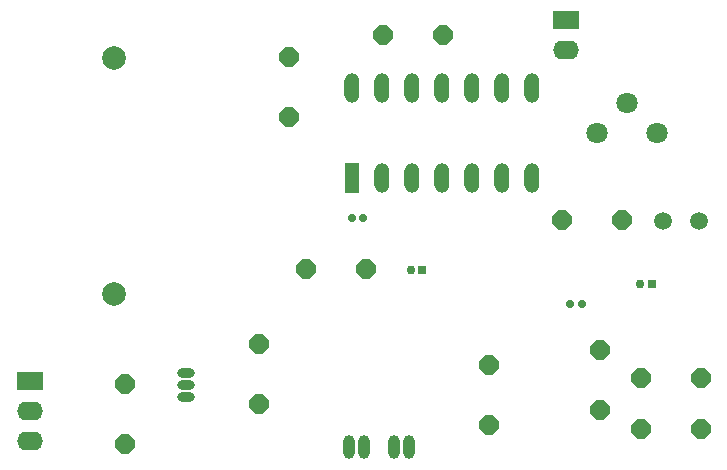
<source format=gbr>
G04 --- HEADER BEGIN --- *
G04 #@! TF.GenerationSoftware,LibrePCB,LibrePCB,0.1.6*
G04 #@! TF.CreationDate,2022-07-20T10:00:17*
G04 #@! TF.ProjectId,Sensor de pulso (Sensor_Pulso),780e052b-a1ef-4dc1-bbf9-e3d6d5305104,v1*
G04 #@! TF.Part,Single*
G04 #@! TF.SameCoordinates*
G04 #@! TF.FileFunction,Copper,L1,Top*
G04 #@! TF.FilePolarity,Positive*
%FSLAX66Y66*%
%MOMM*%
G01*
G75*
G04 --- HEADER END --- *
G04 --- APERTURE LIST BEGIN --- *
G04 #@! TA.AperFunction,ComponentPad*
%ADD10C,0.7*%
%AMROTATEDOCTAGON11*4,1,8,0.8128,0.336673,0.336673,0.8128,-0.336673,0.8128,-0.8128,0.336673,-0.8128,-0.336673,-0.336673,-0.8128,0.336673,-0.8128,0.8128,-0.336673,0.8128,0.336673,0.0*%
%ADD11ROTATEDOCTAGON11*%
%ADD12O,1.0X2.0*%
%ADD13C,1.8*%
%ADD14O,2.19X1.587*%
%ADD15R,2.19X1.587*%
%ADD16O,1.27X2.54*%
%ADD17R,1.27X2.54*%
%ADD18C,1.5*%
%ADD19R,0.75X0.75*%
%ADD20C,0.75*%
%ADD21O,1.5X0.8*%
%ADD22C,2.0*%
G04 #@! TD*
G04 --- APERTURE LIST END --- *
G04 --- BOARD BEGIN --- *
D10*
G04 #@! TO.N,N8*
G04 #@! TO.C,C1*
G04 #@! TO.P,C1,2,2*
X34901250Y29210000D03*
G04 #@! TO.N,N15*
G04 #@! TO.P,C1,1,1*
X35901250Y29210000D03*
D11*
G04 #@! TO.N,N2*
G04 #@! TO.C,R1*
G04 #@! TO.P,R1,2,2*
X15716250Y15160625D03*
G04 #@! TO.N,N1*
G04 #@! TO.P,R1,1,1*
X15716250Y10080625D03*
G04 #@! TO.N,N15*
G04 #@! TO.C,R5*
G04 #@! TO.P,R5,2,2*
X29606875Y37782500D03*
G04 #@! TO.N,EARTH*
G04 #@! TO.P,R5,1,1*
X29606875Y42862500D03*
D12*
G04 #@! TO.N,N4*
G04 #@! TO.C,?2*
G04 #@! TO.P,?2,1,1*
X34686875Y9842500D03*
G04 #@! TO.N,EARTH*
G04 #@! TO.P,?2,2,2*
X35956875Y9842500D03*
G04 #@! TO.N,N13*
G04 #@! TO.P,?2,4,4*
X39766875Y9842500D03*
G04 #@! TO.N,EARTH*
G04 #@! TO.P,?2,3,3*
X38496875Y9842500D03*
D11*
G04 #@! TO.N,N6*
G04 #@! TO.C,R8*
G04 #@! TO.P,R8,2,2*
X59372500Y11350625D03*
G04 #@! TO.N,EARTH*
G04 #@! TO.P,R8,1,1*
X64452500Y11350625D03*
G04 #@! TO.N,VCC*
G04 #@! TO.C,R3*
G04 #@! TO.P,R3,2,2*
X46513750Y16748125D03*
G04 #@! TO.N,N13*
G04 #@! TO.P,R3,1,1*
X46513750Y11668125D03*
D13*
G04 #@! TO.N,N8*
G04 #@! TO.C,?1*
G04 #@! TO.P,?1,1,1*
X55641875Y36433125D03*
G04 #@! TO.N,EARTH*
G04 #@! TO.P,?1,3,3*
X60721875Y36433125D03*
G04 #@! TO.N,N7*
G04 #@! TO.P,?1,2,2*
X58181875Y38973125D03*
D11*
G04 #@! TO.N,N14*
G04 #@! TO.C,R9*
G04 #@! TO.P,R9,2,2*
X55959375Y18018125D03*
G04 #@! TO.N,N6*
G04 #@! TO.P,R9,1,1*
X55959375Y12938125D03*
G04 #@! TO.N,N14*
G04 #@! TO.C,R10*
G04 #@! TO.P,R10,2,2*
X52705000Y29051250D03*
G04 #@! TO.N,N12*
G04 #@! TO.P,R10,1,1*
X57785000Y29051250D03*
D14*
G04 #@! TO.N,EARTH*
G04 #@! TO.C,J2*
G04 #@! TO.P,J2,3,3*
X7699375Y10318750D03*
D15*
G04 #@! TO.N,VCC*
G04 #@! TO.P,J2,1,1*
X7699375Y15398750D03*
D14*
G04 #@! TO.N,N1*
G04 #@! TO.P,J2,2,2*
X7699375Y12858750D03*
D10*
G04 #@! TO.N,N14*
G04 #@! TO.C,C2*
G04 #@! TO.P,C2,2,2*
X54395625Y21986875D03*
G04 #@! TO.N,N6*
G04 #@! TO.P,C2,1,1*
X53395625Y21986875D03*
D16*
G04 #@! TO.N,N14*
G04 #@! TO.C,U1*
G04 #@! TO.P,U1,10,+4*
X45085000Y40243125D03*
G04 #@! TO.N,N15*
G04 #@! TO.P,U1,2,-1*
X37465000Y32623125D03*
G04 #@! TO.N,EARTH*
G04 #@! TO.P,U1,11,V-*
X42545000Y40243125D03*
G04 #@! TO.N,N/C*
G04 #@! TO.P,U1,13,-2*
X37465000Y40243125D03*
G04 #@! TO.N,N6*
G04 #@! TO.P,U1,6,-3*
X47625000Y32623125D03*
G04 #@! TO.N,N/C*
G04 #@! TO.P,U1,12,+2*
X40005000Y40243125D03*
G04 #@! TO.N,N14*
G04 #@! TO.P,U1,7,O3*
X50165000Y32623125D03*
G04 #@! TO.N,N5*
G04 #@! TO.P,U1,9,-4*
X47625000Y40243125D03*
G04 #@! TO.N,N/C*
G04 #@! TO.P,U1,14,O2*
X34925000Y40243125D03*
D17*
G04 #@! TO.N,N8*
G04 #@! TO.P,U1,1,O1*
X34925000Y32623125D03*
D16*
G04 #@! TO.N,N10*
G04 #@! TO.P,U1,5,+3*
X45085000Y32623125D03*
G04 #@! TO.N,N11*
G04 #@! TO.P,U1,3,+1*
X40005000Y32623125D03*
G04 #@! TO.N,VCC*
G04 #@! TO.P,U1,4,V+*
X42545000Y32623125D03*
G04 #@! TO.N,N5*
G04 #@! TO.P,U1,8,O4*
X50165000Y40243125D03*
D18*
G04 #@! TO.N,N12*
G04 #@! TO.C,LED1*
G04 #@! TO.P,LED1,1,A*
X61285625Y28971875D03*
G04 #@! TO.N,EARTH*
G04 #@! TO.P,LED1,2,C*
X64285625Y28971875D03*
D11*
G04 #@! TO.N,N15*
G04 #@! TO.C,R6*
G04 #@! TO.P,R6,2,2*
X36115625Y24923750D03*
G04 #@! TO.N,N8*
G04 #@! TO.P,R6,1,1*
X31035625Y24923750D03*
D19*
G04 #@! TO.N,N13*
G04 #@! TO.C,C3*
G04 #@! TO.P,C3,+,+*
X40901875Y24844375D03*
D20*
G04 #@! TO.N,N11*
G04 #@! TO.P,C3,-,-*
X39901875Y24844375D03*
D14*
G04 #@! TO.N,N5*
G04 #@! TO.C,J1*
G04 #@! TO.P,J1,2,2*
X53022500Y43418125D03*
D15*
G04 #@! TO.N,EARTH*
G04 #@! TO.P,J1,1,1*
X53022500Y45958125D03*
D21*
G04 #@! TO.N,N2*
G04 #@! TO.C,T1*
G04 #@! TO.P,T1,2,B*
X20875625Y15081250D03*
G04 #@! TO.N,N3*
G04 #@! TO.P,T1,3,C*
X20875625Y14081250D03*
G04 #@! TO.N,N4*
G04 #@! TO.P,T1,1,E*
X20875625Y16081250D03*
D11*
G04 #@! TO.N,N11*
G04 #@! TO.C,R4*
G04 #@! TO.P,R4,2,2*
X37544375Y44688125D03*
G04 #@! TO.N,EARTH*
G04 #@! TO.P,R4,1,1*
X42624375Y44688125D03*
D19*
G04 #@! TO.N,N7*
G04 #@! TO.C,C4*
G04 #@! TO.P,C4,+,+*
X60348750Y23653750D03*
D20*
G04 #@! TO.N,N10*
G04 #@! TO.P,C4,-,-*
X59348750Y23653750D03*
D22*
G04 #@! TO.N,VCC*
G04 #@! TO.C,BT1*
G04 #@! TO.P,BT1,1,+*
X14763750Y22788750D03*
G04 #@! TO.N,EARTH*
G04 #@! TO.P,BT1,2,-*
X14763750Y42788750D03*
D11*
G04 #@! TO.N,N10*
G04 #@! TO.C,R7*
G04 #@! TO.P,R7,2,2*
X59372500Y15716250D03*
G04 #@! TO.N,EARTH*
G04 #@! TO.P,R7,1,1*
X64452500Y15716250D03*
G04 #@! TO.N,VCC*
G04 #@! TO.C,R2*
G04 #@! TO.P,R2,2,2*
X27066875Y18573750D03*
G04 #@! TO.N,N3*
G04 #@! TO.P,R2,1,1*
X27066875Y13493750D03*
G04 --- BOARD END --- *
G04 #@! TF.MD5,fde3faf077bf124cc9d4c013d9a95c1d*
M02*

</source>
